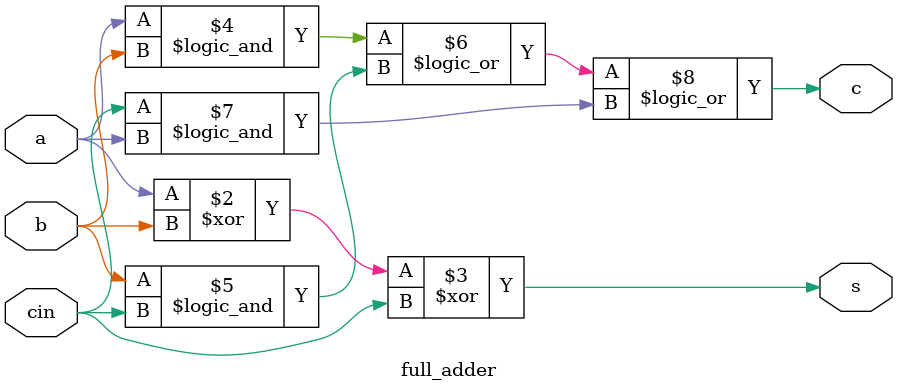
<source format=sv>
module full_adder(a,b,cin,s,c);
	input wire a,b,cin;
	output reg s,c;
	
	always @(*)
	begin
		s = a ^ b ^ cin;
		c = (a&&b) || (b&&cin) || (cin&&a); 
	end
endmodule

</source>
